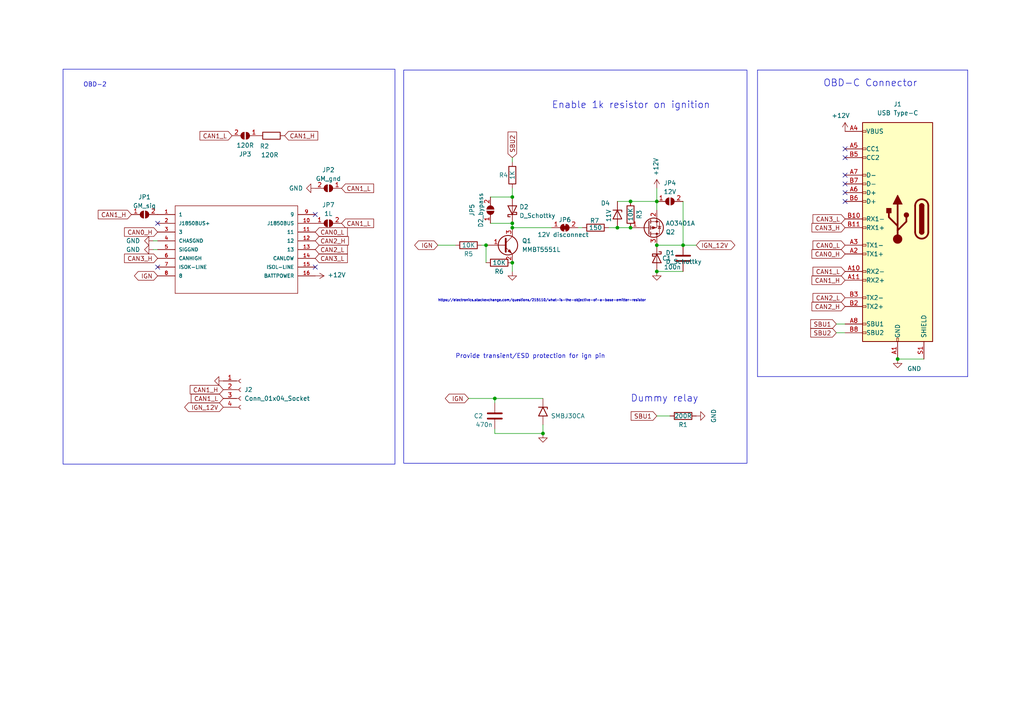
<source format=kicad_sch>
(kicad_sch (version 20231120) (generator "eeschema") (generator_version "8.0")
  (paper "A4")
  (lib_symbols
    (symbol "Connector:Conn_01x04_Socket" (pin_names (offset 1.016) hide)
      (property "Reference" "J" (at 0 5.08 0))
      (property "Value" "Conn_01x04_Socket" (at 0 -7.62 0))
      (symbol "Conn_01x04_Socket_1_1"
        (arc (start 0 -4.572) (mid -0.5058 -5.08) (end 0 -5.588) (stroke (width 0.1524)))
        (arc (start 0 -2.032) (mid -0.5058 -2.54) (end 0 -3.048) (stroke (width 0.1524)))
        (polyline (pts (xy -1.27 -5.08) (xy -0.508 -5.08)) (stroke (width 0.1524)))
        (polyline (pts (xy -1.27 -2.54) (xy -0.508 -2.54)) (stroke (width 0.1524)))
        (polyline (pts (xy -1.27 0) (xy -0.508 0)) (stroke (width 0.1524)))
        (polyline (pts (xy -1.27 2.54) (xy -0.508 2.54)) (stroke (width 0.1524)))
        (arc (start 0 0.508) (mid -0.5058 0) (end 0 -0.508) (stroke (width 0.1524)))
        (arc (start 0 3.048) (mid -0.5058 2.54) (end 0 2.032) (stroke (width 0.1524)))
        (pin passive line (at -5.08 2.54 0) (length 3.81) (name "Pin_1") (number "1"))
        (pin passive line (at -5.08 0 0) (length 3.81) (name "Pin_2") (number "2"))
        (pin passive line (at -5.08 -2.54 0) (length 3.81) (name "Pin_3") (number "3"))
        (pin passive line (at -5.08 -5.08 0) (length 3.81) (name "Pin_4") (number "4"))
      )
    )
    (symbol "Connector:USB_C_Receptacle" (pin_names (offset 1.016))
      (property "Reference" "J" (at -10.16 29.21 0))
      (property "Value" "USB_C_Receptacle" (at 10.16 29.21 0))
      (symbol "USB_C_Receptacle_0_0"
        (rectangle (start -0.254 -35.56) (end 0.254 -34.544))
        (rectangle (start 10.16 -32.766) (end 9.144 -33.274))
        (rectangle (start 10.16 -30.226) (end 9.144 -30.734))
        (rectangle (start 10.16 -25.146) (end 9.144 -25.654))
        (rectangle (start 10.16 -22.606) (end 9.144 -23.114))
        (rectangle (start 10.16 -17.526) (end 9.144 -18.034))
        (rectangle (start 10.16 -14.986) (end 9.144 -15.494))
        (rectangle (start 10.16 -9.906) (end 9.144 -10.414))
        (rectangle (start 10.16 -7.366) (end 9.144 -7.874))
        (rectangle (start 10.16 -2.286) (end 9.144 -2.794))
        (rectangle (start 10.16 0.254) (end 9.144 -0.254))
        (rectangle (start 10.16 5.334) (end 9.144 4.826))
        (rectangle (start 10.16 7.874) (end 9.144 7.366))
        (rectangle (start 10.16 10.414) (end 9.144 9.906))
        (rectangle (start 10.16 12.954) (end 9.144 12.446))
        (rectangle (start 10.16 18.034) (end 9.144 17.526))
        (rectangle (start 10.16 20.574) (end 9.144 20.066))
        (rectangle (start 10.16 25.654) (end 9.144 25.146))
      )
      (symbol "USB_C_Receptacle_0_1"
        (rectangle (start -10.16 27.94) (end 10.16 -35.56) (stroke (width 0.254)) (fill (type background)))
        (arc (start -8.89 -3.81) (mid -6.985 -5.7067) (end -5.08 -3.81) (stroke (width 0.508)))
        (arc (start -7.62 -3.81) (mid -6.985 -4.4423) (end -6.35 -3.81) (stroke (width 0.254)))
        (arc (start -7.62 -3.81) (mid -6.985 -4.4423) (end -6.35 -3.81) (stroke (width 0.254)) (fill (type outline)))
        (rectangle (start -7.62 -3.81) (end -6.35 3.81) (stroke (width 0.254)) (fill (type outline)))
        (arc (start -6.35 3.81) (mid -6.985 4.4423) (end -7.62 3.81) (stroke (width 0.254)))
        (arc (start -6.35 3.81) (mid -6.985 4.4423) (end -7.62 3.81) (stroke (width 0.254)) (fill (type outline)))
        (arc (start -5.08 3.81) (mid -6.985 5.7067) (end -8.89 3.81) (stroke (width 0.508)))
        (polyline (pts (xy -8.89 -3.81) (xy -8.89 3.81)) (stroke (width 0.508)))
        (polyline (pts (xy -5.08 3.81) (xy -5.08 -3.81)) (stroke (width 0.508)))
      )
      (symbol "USB_C_Receptacle_1_1"
        (circle (center -2.54 1.143) (radius 0.635) (stroke (width 0.254)) (fill (type outline)))
        (circle (center 0 -5.842) (radius 1.27) (fill (type outline)))
        (polyline (pts (xy 0 -5.842) (xy 0 4.318)) (stroke (width 0.508)))
        (polyline (pts (xy 0 -3.302) (xy -2.54 -0.762) (xy -2.54 0.508)) (stroke (width 0.508)))
        (polyline (pts (xy 0 -2.032) (xy 2.54 0.508) (xy 2.54 1.778)) (stroke (width 0.508)))
        (polyline (pts (xy -1.27 4.318) (xy 0 6.858) (xy 1.27 4.318) (xy -1.27 4.318)) (stroke (width 0.254)) (fill (type outline)))
        (rectangle (start 1.905 1.778) (end 3.175 3.048) (stroke (width 0.254)) (fill (type outline)))
        (pin passive line (at 0 -40.64 90) (length 5.08) (name "GND") (number "A1"))
        (pin bidirectional line (at 15.24 -15.24 180) (length 5.08) (name "RX2-") (number "A10"))
        (pin bidirectional line (at 15.24 -17.78 180) (length 5.08) (name "RX2+") (number "A11"))
        (pin passive line (at 0 -40.64 90) (length 5.08) hide (name "GND") (number "A12"))
        (pin bidirectional line (at 15.24 -10.16 180) (length 5.08) (name "TX1+") (number "A2"))
        (pin bidirectional line (at 15.24 -7.62 180) (length 5.08) (name "TX1-") (number "A3"))
        (pin passive line (at 15.24 25.4 180) (length 5.08) (name "VBUS") (number "A4"))
        (pin bidirectional line (at 15.24 20.32 180) (length 5.08) (name "CC1") (number "A5"))
        (pin bidirectional line (at 15.24 7.62 180) (length 5.08) (name "D+") (number "A6"))
        (pin bidirectional line (at 15.24 12.7 180) (length 5.08) (name "D-") (number "A7"))
        (pin bidirectional line (at 15.24 -30.48 180) (length 5.08) (name "SBU1") (number "A8"))
        (pin passive line (at 15.24 25.4 180) (length 5.08) hide (name "VBUS") (number "A9"))
        (pin passive line (at 0 -40.64 90) (length 5.08) hide (name "GND") (number "B1"))
        (pin bidirectional line (at 15.24 0 180) (length 5.08) (name "RX1-") (number "B10"))
        (pin bidirectional line (at 15.24 -2.54 180) (length 5.08) (name "RX1+") (number "B11"))
        (pin passive line (at 0 -40.64 90) (length 5.08) hide (name "GND") (number "B12"))
        (pin bidirectional line (at 15.24 -25.4 180) (length 5.08) (name "TX2+") (number "B2"))
        (pin bidirectional line (at 15.24 -22.86 180) (length 5.08) (name "TX2-") (number "B3"))
        (pin passive line (at 15.24 25.4 180) (length 5.08) hide (name "VBUS") (number "B4"))
        (pin bidirectional line (at 15.24 17.78 180) (length 5.08) (name "CC2") (number "B5"))
        (pin bidirectional line (at 15.24 5.08 180) (length 5.08) (name "D+") (number "B6"))
        (pin bidirectional line (at 15.24 10.16 180) (length 5.08) (name "D-") (number "B7"))
        (pin bidirectional line (at 15.24 -33.02 180) (length 5.08) (name "SBU2") (number "B8"))
        (pin passive line (at 15.24 25.4 180) (length 5.08) hide (name "VBUS") (number "B9"))
        (pin passive line (at -7.62 -40.64 90) (length 5.08) (name "SHIELD") (number "S1"))
      )
    )
    (symbol "Device:C" (pin_numbers hide) (pin_names (offset 0.254))
      (property "Reference" "C" (at 0.635 2.54 0))
      (property "Value" "C" (at 0.635 -2.54 0))
      (symbol "C_0_1"
        (polyline (pts (xy -2.032 -0.762) (xy 2.032 -0.762)) (stroke (width 0.508)))
        (polyline (pts (xy -2.032 0.762) (xy 2.032 0.762)) (stroke (width 0.508)))
      )
      (symbol "C_1_1"
        (pin passive line (at 0 3.81 270) (length 2.794) (name "~") (number "1"))
        (pin passive line (at 0 -3.81 90) (length 2.794) (name "~") (number "2"))
      )
    )
    (symbol "Device:D_Schottky" (pin_numbers hide) (pin_names (offset 1.016) hide)
      (property "Reference" "D" (at 0 2.54 0))
      (property "Value" "D_Schottky" (at 0 -2.54 0))
      (symbol "D_Schottky_0_1"
        (polyline (pts (xy 1.27 0) (xy -1.27 0)))
        (polyline (pts (xy 1.27 1.27) (xy 1.27 -1.27) (xy -1.27 0) (xy 1.27 1.27)) (stroke (width 0.254)))
        (polyline (pts (xy -1.905 0.635) (xy -1.905 1.27) (xy -1.27 1.27) (xy -1.27 -1.27) (xy -0.635 -1.27) (xy -0.635 -0.635)) (stroke (width 0.254)))
      )
      (symbol "D_Schottky_1_1"
        (pin passive line (at -3.81 0 0) (length 2.54) (name "K") (number "1"))
        (pin passive line (at 3.81 0 180) (length 2.54) (name "A") (number "2"))
      )
    )
    (symbol "Device:D_Zener" (pin_numbers hide) (pin_names (offset 1.016) hide)
      (property "Reference" "D" (at 0 2.54 0))
      (property "Value" "D_Zener" (at 0 -2.54 0))
      (symbol "D_Zener_0_1"
        (polyline (pts (xy 1.27 0) (xy -1.27 0)))
        (polyline (pts (xy -1.27 -1.27) (xy -1.27 1.27) (xy -0.762 1.27)) (stroke (width 0.254)))
        (polyline (pts (xy 1.27 -1.27) (xy 1.27 1.27) (xy -1.27 0) (xy 1.27 -1.27)) (stroke (width 0.254)))
      )
      (symbol "D_Zener_1_1"
        (pin passive line (at -3.81 0 0) (length 2.54) (name "K") (number "1"))
        (pin passive line (at 3.81 0 180) (length 2.54) (name "A") (number "2"))
      )
    )
    (symbol "Device:R" (pin_numbers hide) (pin_names (offset 0))
      (property "Reference" "R" (at 2.032 0 90))
      (property "Value" "R" (at 0 0 90))
      (symbol "R_0_1"
        (rectangle (start -1.016 -2.54) (end 1.016 2.54) (stroke (width 0.254)))
      )
      (symbol "R_1_1"
        (pin passive line (at 0 3.81 270) (length 1.27) (name "~") (number "1"))
        (pin passive line (at 0 -3.81 90) (length 1.27) (name "~") (number "2"))
      )
    )
    (symbol "Diode:SM6T30A" (pin_numbers hide) (pin_names (offset 1.016) hide)
      (property "Reference" "D" (at 0 2.54 0))
      (property "Value" "SM6T30A" (at 0 -2.54 0))
      (symbol "SM6T30A_0_1"
        (polyline (pts (xy -0.762 1.27) (xy -1.27 1.27) (xy -1.27 -1.27)) (stroke (width 0.254)))
        (polyline (pts (xy 1.27 1.27) (xy 1.27 -1.27) (xy -1.27 0) (xy 1.27 1.27)) (stroke (width 0.254)))
      )
      (symbol "SM6T30A_1_1"
        (pin passive line (at -3.81 0 0) (length 2.54) (name "A1") (number "1"))
        (pin passive line (at 3.81 0 180) (length 2.54) (name "A2") (number "2"))
      )
    )
    (symbol "Jumper:SolderJumper_2_Bridged" (pin_names (offset 0) hide)
      (property "Reference" "JP" (at 0 2.032 0))
      (property "Value" "SolderJumper_2_Bridged" (at 0 -2.54 0))
      (symbol "SolderJumper_2_Bridged_0_1"
        (rectangle (start -0.508 0.508) (end 0.508 -0.508) (fill (type outline)))
        (arc (start -0.254 1.016) (mid -1.2656 0) (end -0.254 -1.016))
        (arc (start -0.254 1.016) (mid -1.2656 0) (end -0.254 -1.016) (fill (type outline)))
        (polyline (pts (xy -0.254 1.016) (xy -0.254 -1.016)))
        (polyline (pts (xy 0.254 1.016) (xy 0.254 -1.016)))
        (arc (start 0.254 -1.016) (mid 1.2656 0) (end 0.254 1.016))
        (arc (start 0.254 -1.016) (mid 1.2656 0) (end 0.254 1.016) (fill (type outline)))
      )
      (symbol "SolderJumper_2_Bridged_1_1"
        (pin passive line (at -3.81 0 0) (length 2.54) (name "A") (number "1"))
        (pin passive line (at 3.81 0 180) (length 2.54) (name "B") (number "2"))
      )
    )
    (symbol "Jumper:SolderJumper_2_Open" (pin_names (offset 0) hide)
      (property "Reference" "JP" (at 0 2.032 0))
      (property "Value" "SolderJumper_2_Open" (at 0 -2.54 0))
      (symbol "SolderJumper_2_Open_0_1"
        (arc (start -0.254 1.016) (mid -1.2656 0) (end -0.254 -1.016))
        (arc (start -0.254 1.016) (mid -1.2656 0) (end -0.254 -1.016) (fill (type outline)))
        (polyline (pts (xy -0.254 1.016) (xy -0.254 -1.016)))
        (polyline (pts (xy 0.254 1.016) (xy 0.254 -1.016)))
        (arc (start 0.254 -1.016) (mid 1.2656 0) (end 0.254 1.016))
        (arc (start 0.254 -1.016) (mid 1.2656 0) (end 0.254 1.016) (fill (type outline)))
      )
      (symbol "SolderJumper_2_Open_1_1"
        (pin passive line (at -3.81 0 0) (length 2.54) (name "A") (number "1"))
        (pin passive line (at 3.81 0 180) (length 2.54) (name "B") (number "2"))
      )
    )
    (symbol "SparkFun-Connectors:OBDII" (pin_names (offset 1.016))
      (symbol "OBDII_1_0"
        (polyline (pts (xy -17.78 -12.7) (xy 17.78 -12.7)))
        (polyline (pts (xy -17.78 12.7) (xy -17.78 -12.7)))
        (polyline (pts (xy 17.78 -12.7) (xy 17.78 12.7)))
        (polyline (pts (xy 17.78 12.7) (xy -17.78 12.7)))
      )
      (symbol "OBDII_1_1"
        (pin bidirectional line (at -22.86 10.16 0) (length 5.08) (name "1") (number "1"))
        (pin bidirectional line (at 22.86 7.62 180) (length 5.08) (name "J1850BUS") (number "10"))
        (pin bidirectional line (at 22.86 5.08 180) (length 5.08) (name "11") (number "11"))
        (pin bidirectional line (at 22.86 2.54 180) (length 5.08) (name "12") (number "12"))
        (pin bidirectional line (at 22.86 0 180) (length 5.08) (name "13") (number "13"))
        (pin bidirectional line (at 22.86 -2.54 180) (length 5.08) (name "CANLOW") (number "14"))
        (pin bidirectional line (at 22.86 -5.08 180) (length 5.08) (name "ISOL-LINE") (number "15"))
        (pin bidirectional line (at 22.86 -7.62 180) (length 5.08) (name "BATTPOWER") (number "16"))
        (pin bidirectional line (at -22.86 7.62 0) (length 5.08) (name "J1850BUS+") (number "2"))
        (pin bidirectional line (at -22.86 5.08 0) (length 5.08) (name "3") (number "3"))
        (pin bidirectional line (at -22.86 2.54 0) (length 5.08) (name "CHASGND") (number "4"))
        (pin bidirectional line (at -22.86 0 0) (length 5.08) (name "SIGGND") (number "5"))
        (pin bidirectional line (at -22.86 -2.54 0) (length 5.08) (name "CANHIGH") (number "6"))
        (pin bidirectional line (at -22.86 -5.08 0) (length 5.08) (name "ISOK-LINE") (number "7"))
        (pin bidirectional line (at -22.86 -7.62 0) (length 5.08) (name "8") (number "8"))
        (pin bidirectional line (at 22.86 10.16 180) (length 5.08) (name "9") (number "9"))
      )
    )
    (symbol "Transistor_BJT:MMBT5551L" (pin_names (offset 0) hide)
      (property "Reference" "Q" (at 5.08 1.905 0))
      (property "Value" "MMBT5551L" (at 5.08 0 0))
      (symbol "MMBT5551L_0_1"
        (polyline (pts (xy 0.635 0.635) (xy 2.54 2.54)))
        (polyline (pts (xy 0.635 -0.635) (xy 2.54 -2.54) (xy 2.54 -2.54)))
        (polyline (pts (xy 0.635 1.905) (xy 0.635 -1.905) (xy 0.635 -1.905)) (stroke (width 0.508)))
        (polyline (pts (xy 1.27 -1.778) (xy 1.778 -1.27) (xy 2.286 -2.286) (xy 1.27 -1.778) (xy 1.27 -1.778)) (fill (type outline)))
        (circle (center 1.27 0) (radius 2.8194) (stroke (width 0.254)))
      )
      (symbol "MMBT5551L_1_1"
        (pin input line (at -5.08 0 0) (length 5.715) (name "B") (number "1"))
        (pin passive line (at 2.54 -5.08 90) (length 2.54) (name "E") (number "2"))
        (pin passive line (at 2.54 5.08 270) (length 2.54) (name "C") (number "3"))
      )
    )
    (symbol "Transistor_FET:AO3401A" (pin_names hide)
      (property "Reference" "Q" (at 5.08 1.905 0))
      (property "Value" "AO3401A" (at 5.08 0 0))
      (symbol "AO3401A_0_1"
        (polyline (pts (xy 0.254 0) (xy -2.54 0)))
        (polyline (pts (xy 0.254 1.905) (xy 0.254 -1.905)) (stroke (width 0.254)))
        (polyline (pts (xy 0.762 -1.27) (xy 0.762 -2.286)) (stroke (width 0.254)))
        (polyline (pts (xy 0.762 0.508) (xy 0.762 -0.508)) (stroke (width 0.254)))
        (polyline (pts (xy 0.762 2.286) (xy 0.762 1.27)) (stroke (width 0.254)))
        (polyline (pts (xy 2.54 2.54) (xy 2.54 1.778)))
        (polyline (pts (xy 2.54 -2.54) (xy 2.54 0) (xy 0.762 0)))
        (polyline (pts (xy 0.762 1.778) (xy 3.302 1.778) (xy 3.302 -1.778) (xy 0.762 -1.778)))
        (polyline (pts (xy 2.286 0) (xy 1.27 0.381) (xy 1.27 -0.381) (xy 2.286 0)) (fill (type outline)))
        (polyline (pts (xy 2.794 -0.508) (xy 2.921 -0.381) (xy 3.683 -0.381) (xy 3.81 -0.254)))
        (polyline (pts (xy 3.302 -0.381) (xy 2.921 0.254) (xy 3.683 0.254) (xy 3.302 -0.381)))
        (circle (center 1.651 0) (radius 2.794) (stroke (width 0.254)))
        (circle (center 2.54 -1.778) (radius 0.254) (fill (type outline)))
        (circle (center 2.54 1.778) (radius 0.254) (fill (type outline)))
      )
      (symbol "AO3401A_1_1"
        (pin input line (at -5.08 0 0) (length 2.54) (name "G") (number "1"))
        (pin passive line (at 2.54 -5.08 90) (length 2.54) (name "S") (number "2"))
        (pin passive line (at 2.54 5.08 270) (length 2.54) (name "D") (number "3"))
      )
    )
    (symbol "power:+12V" (power) (pin_names (offset 0))
      (property "Value" "+12V" (at 0 3.556 0))
      (symbol "+12V_0_1"
        (polyline (pts (xy -0.762 1.27) (xy 0 2.54)))
        (polyline (pts (xy 0 0) (xy 0 2.54)))
        (polyline (pts (xy 0 2.54) (xy 0.762 1.27)))
      )
      (symbol "+12V_1_1"
        (pin power_in line (at 0 0 90) (length 0) hide (name "+12V") (number "1"))
      )
    )
    (symbol "power:GND" (power) (pin_names (offset 0))
      (property "Value" "GND" (at 0 -3.81 0))
      (symbol "GND_0_1"
        (polyline (pts (xy 0 0) (xy 0 -1.27) (xy 1.27 -1.27) (xy 0 -2.54) (xy -1.27 -1.27) (xy 0 -1.27)))
      )
      (symbol "GND_1_1"
        (pin power_in line (at 0 0 270) (length 0) hide (name "GND") (number "1"))
      )
    )
  )
  (junction (at 143.51 115.57))
  (junction (at 190.5 71.12))
  (junction (at 157.48 125.73))
  (junction (at 182.88 66.04))
  (junction (at 148.59 57.15))
  (junction (at 190.5 58.42))
  (junction (at 140.97 71.12))
  (junction (at 190.5 78.74))
  (junction (at 179.07 66.04))
  (junction (at 148.59 76.2))
  (junction (at 260.35 104.14))
  (junction (at 198.12 71.12))
  (junction (at 148.59 64.77))
  (junction (at 182.88 58.42))
  (junction (at 148.59 66.04))
  (no_connect (at 245.11 58.42))
  (no_connect (at 245.11 45.72))
  (no_connect (at 45.72 64.77))
  (no_connect (at 245.11 53.34))
  (no_connect (at 91.44 62.23))
  (no_connect (at 91.44 77.47))
  (no_connect (at 245.11 43.18))
  (no_connect (at 45.72 77.47))
  (no_connect (at 245.11 55.88))
  (no_connect (at 245.11 50.8))
  (wire (pts (xy 143.51 125.73) (xy 143.51 124.46)))
  (wire (pts (xy 190.5 54.61) (xy 190.5 58.42)))
  (wire (pts (xy 143.51 115.57) (xy 157.48 115.57)))
  (wire (pts (xy 139.7 71.12) (xy 140.97 71.12)))
  (wire (pts (xy 135.89 115.57) (xy 143.51 115.57)))
  (wire (pts (xy 142.24 64.77) (xy 148.59 64.77)))
  (wire (pts (xy 148.59 46.99) (xy 148.59 45.72)))
  (wire (pts (xy 190.5 120.65) (xy 194.31 120.65)))
  (wire (pts (xy 148.59 66.04) (xy 160.02 66.04)))
  (polyline (pts (xy 280.67 20.32) (xy 219.71 20.32)))
  (wire (pts (xy 143.51 125.73) (xy 157.48 125.73)))
  (polyline (pts (xy 219.71 20.32) (xy 219.71 109.22)))
  (wire (pts (xy 140.97 71.12) (xy 140.97 76.2)))
  (wire (pts (xy 182.88 58.42) (xy 190.5 58.42)))
  (wire (pts (xy 167.64 66.04) (xy 168.91 66.04)))
  (wire (pts (xy 179.07 66.04) (xy 182.88 66.04)))
  (wire (pts (xy 157.48 125.73) (xy 157.48 123.19)))
  (wire (pts (xy 198.12 71.12) (xy 201.93 71.12)))
  (wire (pts (xy 44.45 69.85) (xy 45.72 69.85)))
  (wire (pts (xy 148.59 57.15) (xy 142.24 57.15)))
  (wire (pts (xy 245.11 93.98) (xy 242.57 93.98)))
  (polyline (pts (xy 280.67 109.22) (xy 280.67 20.32)))
  (wire (pts (xy 198.12 58.42) (xy 198.12 71.12)))
  (wire (pts (xy 127 71.12) (xy 132.08 71.12)))
  (wire (pts (xy 190.5 58.42) (xy 190.5 60.96)))
  (wire (pts (xy 190.5 78.74) (xy 198.12 78.74)))
  (wire (pts (xy 44.45 72.39) (xy 45.72 72.39)))
  (wire (pts (xy 179.07 58.42) (xy 182.88 58.42)))
  (wire (pts (xy 260.35 104.14) (xy 267.97 104.14)))
  (polyline (pts (xy 219.71 109.22) (xy 280.67 109.22)))
  (wire (pts (xy 176.53 66.04) (xy 179.07 66.04)))
  (wire (pts (xy 148.59 76.2) (xy 148.59 78.74)))
  (wire (pts (xy 148.59 54.61) (xy 148.59 57.15)))
  (wire (pts (xy 143.51 116.84) (xy 143.51 115.57)))
  (wire (pts (xy 245.11 96.52) (xy 242.57 96.52)))
  (wire (pts (xy 190.5 71.12) (xy 198.12 71.12)))
  (wire (pts (xy 148.59 64.77) (xy 148.59 66.04)))
  (rectangle (start 18.288 20.066) (end 114.554 134.62))
  (rectangle (start 117.094 20.32) (end 216.662 134.366))
  (text "OBD-2" (at 24.13 25.4 0) (effects (font (size 1.27 1.27)) (justify left bottom)))
  (text "OBD-C Connector" (at 238.76 25.4 0) (effects (font (size 2 2)) (justify left bottom)))
  (text "https://electronics.stackexchange.com/questions/215110/what-is-the-objective-of-a-base-emitter-resistor" (at 127 87.63 0) (effects (font (size 0.7 0.7)) (justify left bottom)))
  (text "Dummy relay" (at 182.88 116.84 0) (effects (font (size 2 2)) (justify left bottom)))
  (text "Enable 1k resistor on ignition" (at 160.02 31.75 0) (effects (font (size 2 2)) (justify left bottom)))
  (text "Provide transient/ESD protection for ign pin" (at 132.08 104.14 0) (effects (font (size 1.27 1.27)) (justify left bottom)))
  (global_label "SBU1" (shape input) (at 242.57 93.98 180) (property "Intersheetrefs" "${INTERSHEET_REFS}" (effects (hide yes))))
  (global_label "CAN1_L" (shape input) (at 67.31 39.37 180) (property "Intersheetrefs" "${INTERSHEET_REFS}" (effects (hide yes))))
  (global_label "CAN0_L" (shape input) (at 91.44 67.31 0) (property "Intersheetrefs" "${INTERSHEET_REFS}" (effects (hide yes))))
  (global_label "CAN3_H" (shape input) (at 45.72 74.93 180) (property "Intersheetrefs" "${INTERSHEET_REFS}" (effects (hide yes))))
  (global_label "CAN0_L" (shape input) (at 245.11 71.12 180) (property "Intersheetrefs" "${INTERSHEET_REFS}" (effects (hide yes))))
  (global_label "CAN2_L" (shape input) (at 245.11 86.36 180) (property "Intersheetrefs" "${INTERSHEET_REFS}" (effects (hide yes))))
  (global_label "CAN1_L" (shape input) (at 245.11 78.74 180) (property "Intersheetrefs" "${INTERSHEET_REFS}" (effects (hide yes))))
  (global_label "SBU1" (shape input) (at 190.5 120.65 180) (property "Intersheetrefs" "${INTERSHEET_REFS}" (effects (hide yes))))
  (global_label "CAN1_L" (shape input) (at 64.77 115.57 180) (property "Intersheetrefs" "${INTERSHEET_REFS}" (effects (hide yes))))
  (global_label "CAN2_H" (shape input) (at 91.44 69.85 0) (property "Intersheetrefs" "${INTERSHEET_REFS}" (effects (hide yes))))
  (global_label "CAN3_H" (shape input) (at 245.11 66.04 180) (property "Intersheetrefs" "${INTERSHEET_REFS}" (effects (hide yes))))
  (global_label "CAN1_L" (shape input) (at 99.06 64.77 0) (property "Intersheetrefs" "${INTERSHEET_REFS}" (effects (hide yes))))
  (global_label "CAN1_L" (shape input) (at 99.06 54.61 0) (property "Intersheetrefs" "${INTERSHEET_REFS}" (effects (hide yes))))
  (global_label "CAN1_H" (shape input) (at 82.55 39.37 0) (property "Intersheetrefs" "${INTERSHEET_REFS}" (effects (hide yes))))
  (global_label "IGN" (shape bidirectional) (at 127 71.12 180) (property "Intersheetrefs" "${INTERSHEET_REFS}" (effects (hide yes))))
  (global_label "SBU2" (shape input) (at 148.59 45.72 90) (property "Intersheetrefs" "${INTERSHEET_REFS}" (effects (hide yes))))
  (global_label "CAN1_H" (shape input) (at 64.77 113.03 180) (property "Intersheetrefs" "${INTERSHEET_REFS}" (effects (hide yes))))
  (global_label "CAN3_L" (shape input) (at 91.44 74.93 0) (property "Intersheetrefs" "${INTERSHEET_REFS}" (effects (hide yes))))
  (global_label "IGN_12V" (shape bidirectional) (at 64.77 118.11 180) (property "Intersheetrefs" "${INTERSHEET_REFS}" (effects (hide yes))))
  (global_label "CAN1_H" (shape input) (at 38.1 62.23 180) (property "Intersheetrefs" "${INTERSHEET_REFS}" (effects (hide yes))))
  (global_label "CAN3_L" (shape input) (at 245.11 63.5 180) (property "Intersheetrefs" "${INTERSHEET_REFS}" (effects (hide yes))))
  (global_label "IGN" (shape bidirectional) (at 45.72 80.01 180) (property "Intersheetrefs" "${INTERSHEET_REFS}" (effects (hide yes))))
  (global_label "CAN0_H" (shape input) (at 245.11 73.66 180) (property "Intersheetrefs" "${INTERSHEET_REFS}" (effects (hide yes))))
  (global_label "CAN1_H" (shape input) (at 245.11 81.28 180) (property "Intersheetrefs" "${INTERSHEET_REFS}" (effects (hide yes))))
  (global_label "CAN2_L" (shape input) (at 91.44 72.39 0) (property "Intersheetrefs" "${INTERSHEET_REFS}" (effects (hide yes))))
  (global_label "CAN0_H" (shape input) (at 45.72 67.31 180) (property "Intersheetrefs" "${INTERSHEET_REFS}" (effects (hide yes))))
  (global_label "SBU2" (shape input) (at 242.57 96.52 180) (property "Intersheetrefs" "${INTERSHEET_REFS}" (effects (hide yes))))
  (global_label "CAN2_H" (shape input) (at 245.11 88.9 180) (property "Intersheetrefs" "${INTERSHEET_REFS}" (effects (hide yes))))
  (global_label "IGN_12V" (shape bidirectional) (at 201.93 71.12 0) (property "Intersheetrefs" "${INTERSHEET_REFS}" (effects (hide yes))))
  (global_label "IGN" (shape bidirectional) (at 135.89 115.57 180) (property "Intersheetrefs" "${INTERSHEET_REFS}" (effects (hide yes))))
  (symbol (lib_id "Transistor_BJT:MMBT5551L") (at 146.05 71.12 0) (unit 1)
    (property "Reference" "Q1" (at 151.384 69.85 0) (effects (justify left)))
    (property "Value" "MMBT5551L" (at 151.384 72.39 0) (effects (justify left)))
    (property "Footprint" "Package_TO_SOT_SMD:SOT-23" (effects (hide yes)))
    (property "Datasheet" "www.onsemi.com/pub/Collateral/MMBT5550LT1-D.PDF" (effects (hide yes)))
    (property "LCSC" "C2145" (effects (hide yes)))
    (property "Sim.Device" "NPN" (effects (hide yes)))
    (property "Sim.Type" "VBIC" (effects (hide yes)))
    (property "Sim.Pins" "1=B 2=E 3=C" (effects (hide yes)))
  )
  (symbol (lib_id "power:GND") (at 44.45 69.85 270) (unit 1)
    (property "Reference" "#PWR02" (effects (hide yes)))
    (property "Value" "GND" (at 40.64 69.8499 90) (effects (justify right)))
  )
  (symbol (lib_id "Connector:USB_C_Receptacle") (at 260.35 63.5 0) (mirror y) (unit 1)
    (property "Reference" "J1" (at 260.35 30.226 0))
    (property "Value" "USB Type-C" (at 260.35 32.766 0))
    (property "Footprint" "part:USB_C_Receptacle_GCT_USB4115-03-C" (effects (hide yes)))
    (property "Datasheet" "https://jlcpcb.com/partdetail/ShouHan-TYPE_C_24P_QCHT143/C5156604" (effects (hide yes)))
    (property "LCSC" "C2689742" (effects (hide yes)))
  )
  (symbol (lib_id "Device:D_Schottky") (at 148.59 60.96 90) (unit 1)
    (property "Reference" "D2" (at 150.622 60.0075 90) (effects (justify right)))
    (property "Value" "D_Schottky" (at 150.622 62.5475 90) (effects (justify right)))
    (property "Footprint" "Diode_SMD:D_SOD-323" (effects (hide yes)))
    (property "LCSC" "C64886" (effects (hide yes)))
  )
  (symbol (lib_id "Jumper:SolderJumper_2_Open") (at 95.25 64.77 0) (unit 1) (in_bom no)
    (property "Reference" "JP7" (at 95.25 59.436 0))
    (property "Value" "1L" (at 95.25 61.976 0))
    (property "Footprint" "Jumper:SolderJumper-2_P1.3mm_Open_TrianglePad1.0x1.5mm" (effects (hide yes)))
  )
  (symbol (lib_id "power:+12V") (at 245.11 38.1 0) (unit 1)
    (property "Reference" "#PWR01" (effects (hide yes)))
    (property "Value" "+12V" (at 243.84 33.528 0))
  )
  (symbol (lib_id "Device:R") (at 182.88 62.23 0) (unit 1)
    (property "Reference" "R3" (at 185.42 62.23 90))
    (property "Value" "10K" (at 182.88 62.23 90))
    (property "Footprint" "Resistor_SMD:R_0402_1005Metric" (effects (hide yes)))
    (property "LCSC" "C25744" (effects (hide yes)))
  )
  (symbol (lib_id "Device:D_Zener") (at 179.07 62.23 270) (unit 1)
    (property "Reference" "D4" (at 174.244 58.928 90) (effects (justify left)))
    (property "Value" "11V" (at 176.53 60.706 0) (effects (justify left)))
    (property "Footprint" "Diode_SMD:D_SOD-123" (effects (hide yes)))
    (property "Description" "Zener diode" (effects (hide yes)))
    (property "LCSC" "C2932743" (effects (hide yes)))
  )
  (symbol (lib_id "Jumper:SolderJumper_2_Open") (at 95.25 54.61 0) (mirror y) (unit 1) (in_bom no)
    (property "Reference" "JP2" (at 95.25 49.276 0))
    (property "Value" "GM_gnd" (at 95.25 51.816 0))
    (property "Footprint" "Jumper:SolderJumper-2_P1.3mm_Open_TrianglePad1.0x1.5mm" (effects (hide yes)))
  )
  (symbol (lib_id "Device:D_Schottky") (at 190.5 74.93 270) (unit 1)
    (property "Reference" "D1" (at 193.04 73.3425 90) (effects (justify left)))
    (property "Value" "D_Schottky" (at 193.04 75.8825 90) (effects (justify left)))
    (property "Footprint" "Diode_SMD:D_SOD-323" (effects (hide yes)))
    (property "LCSC" "C64886" (effects (hide yes)))
  )
  (symbol (lib_id "SparkFun-Connectors:OBDII") (at 68.58 72.39 0) (unit 1) (in_bom no)
    (property "Reference" "M1" (effects (hide yes)))
    (property "Value" "OBDII" (effects (hide yes)))
    (property "Footprint" "obd2c:OBDII" (effects (hide yes)))
  )
  (symbol (lib_id "power:GND") (at 64.77 110.49 270) (unit 1)
    (property "Reference" "#PWR012" (effects (hide yes)))
    (property "Value" "GND" (effects (hide yes)))
  )
  (symbol (lib_id "Jumper:SolderJumper_2_Open") (at 194.31 58.42 0) (unit 1) (in_bom no)
    (property "Reference" "JP4" (at 194.31 53.086 0))
    (property "Value" "12V" (at 194.31 55.626 0))
    (property "Footprint" "Jumper:SolderJumper-2_P1.3mm_Open_TrianglePad1.0x1.5mm" (effects (hide yes)))
    (property "Description" "Solder Jumper, 2-pole, open" (effects (hide yes)))
  )
  (symbol (lib_id "Jumper:SolderJumper_2_Open") (at 41.91 62.23 0) (unit 1) (in_bom no)
    (property "Reference" "JP1" (at 41.91 57.15 0))
    (property "Value" "GM_sig" (at 41.91 59.69 0))
    (property "Footprint" "Jumper:SolderJumper-2_P1.3mm_Open_TrianglePad1.0x1.5mm" (effects (hide yes)))
  )
  (symbol (lib_id "power:GND") (at 91.44 54.61 270) (mirror x) (unit 1)
    (property "Reference" "#PWR06" (effects (hide yes)))
    (property "Value" "GND" (at 87.884 54.61 90) (effects (justify right)))
  )
  (symbol (lib_id "power:GND") (at 157.48 125.73 0) (unit 1)
    (property "Reference" "#PWR07" (effects (hide yes)))
    (property "Value" "GND" (effects (hide yes)))
  )
  (symbol (lib_id "power:GND") (at 260.35 104.14 0) (mirror y) (unit 1)
    (property "Reference" "#PWR05" (effects (hide yes)))
    (property "Value" "GND" (at 265.176 106.934 0))
  )
  (symbol (lib_id "Device:R") (at 172.72 66.04 90) (unit 1)
    (property "Reference" "R7" (at 172.466 64.008 90))
    (property "Value" "150" (at 172.72 66.04 90))
    (property "Footprint" "Resistor_SMD:R_0603_1608Metric" (effects (hide yes)))
    (property "LCSC" "C22808" (effects (hide yes)))
  )
  (symbol (lib_id "Device:R") (at 144.78 76.2 270) (unit 1)
    (property "Reference" "R6" (at 144.78 78.74 90))
    (property "Value" "10K" (at 144.78 76.2 90))
    (property "Footprint" "Resistor_SMD:R_0402_1005Metric" (effects (hide yes)))
    (property "LCSC" "C25744" (effects (hide yes)))
  )
  (symbol (lib_id "Device:C") (at 143.51 120.65 0) (unit 1)
    (property "Reference" "C2" (at 137.414 120.65 0) (effects (justify left)))
    (property "Value" "470n" (at 137.922 123.19 0) (effects (justify left)))
    (property "Footprint" "Capacitor_SMD:C_0805_2012Metric" (effects (hide yes)))
    (property "Part" "CL21B474KBFNNNE" (effects (hide yes)))
    (property "LCSC" "C13967" (effects (hide yes)))
  )
  (symbol (lib_id "Jumper:SolderJumper_2_Bridged") (at 163.83 66.04 0) (unit 1) (in_bom no)
    (property "Reference" "JP6" (at 163.83 63.754 0))
    (property "Value" "12V disconnect" (at 163.322 68.072 0))
    (property "Footprint" "Jumper:SolderJumper-2_P1.3mm_Bridged_RoundedPad1.0x1.5mm" (effects (hide yes)))
    (property "Description" "Solder Jumper, 2-pole, closed/bridged" (effects (hide yes)))
  )
  (symbol (lib_id "power:+12V") (at 91.44 80.01 270) (unit 1)
    (property "Reference" "#PWR09" (effects (hide yes)))
    (property "Value" "+12V" (at 94.996 79.756 90) (effects (justify left)))
  )
  (symbol (lib_id "power:GND") (at 44.45 72.39 270) (unit 1)
    (property "Reference" "#PWR04" (effects (hide yes)))
    (property "Value" "GND" (at 40.64 72.3899 90) (effects (justify right)))
  )
  (symbol (lib_id "Device:R") (at 148.59 50.8 180) (unit 1)
    (property "Reference" "R4" (at 146.05 50.8 0))
    (property "Value" "1K" (at 148.59 50.8 90))
    (property "Footprint" "Resistor_SMD:R_0603_1608Metric" (effects (hide yes)))
    (property "LCSC" "C21190" (effects (hide yes)))
  )
  (symbol (lib_id "power:GND") (at 190.5 78.74 0) (unit 1)
    (property "Reference" "#PWR011" (effects (hide yes)))
    (property "Value" "GND" (effects (hide yes)))
  )
  (symbol (lib_id "Device:R") (at 198.12 120.65 270) (unit 1)
    (property "Reference" "R1" (at 198.12 123.19 90))
    (property "Value" "200R" (at 198.12 120.65 90))
    (property "Footprint" "Resistor_SMD:R_0805_2012Metric" (effects (hide yes)))
    (property "LCSC" "C17540" (effects (hide yes)))
  )
  (symbol (lib_id "Transistor_FET:AO3401A") (at 187.96 66.04 0) (mirror x) (unit 1)
    (property "Reference" "Q2" (at 193.04 67.31 0) (effects (justify left)))
    (property "Value" "AO3401A" (at 193.04 64.77 0) (effects (justify left)))
    (property "Footprint" "Package_TO_SOT_SMD:SOT-23" (effects (hide yes)))
    (property "Datasheet" "http://www.aosmd.com/pdfs/datasheet/AO3401A.pdf" (effects (hide yes)))
    (property "LCSC" "C15127" (effects (hide yes)))
  )
  (symbol (lib_id "power:GND") (at 148.59 78.74 0) (unit 1)
    (property "Reference" "#PWR08" (effects (hide yes)))
    (property "Value" "GND" (effects (hide yes)))
  )
  (symbol (lib_id "power:GND") (at 201.93 120.65 90) (unit 1)
    (property "Reference" "#PWR03" (effects (hide yes)))
    (property "Value" "GND" (at 207.01 120.65 0))
  )
  (symbol (lib_id "Jumper:SolderJumper_2_Open") (at 71.12 39.37 180) (unit 1) (in_bom no)
    (property "Reference" "JP3" (at 71.12 44.704 0))
    (property "Value" "120R" (at 71.12 42.164 0))
    (property "Footprint" "Jumper:SolderJumper-2_P1.3mm_Open_TrianglePad1.0x1.5mm" (effects (hide yes)))
  )
  (symbol (lib_id "power:+12V") (at 190.5 54.61 0) (unit 1)
    (property "Reference" "#PWR010" (effects (hide yes)))
    (property "Value" "+12V" (at 190.246 51.054 90) (effects (justify left)))
  )
  (symbol (lib_id "Device:R") (at 135.89 71.12 270) (unit 1)
    (property "Reference" "R5" (at 135.89 73.66 90))
    (property "Value" "10K" (at 135.89 71.12 90))
    (property "Footprint" "Resistor_SMD:R_0402_1005Metric" (effects (hide yes)))
    (property "LCSC" "C25744" (effects (hide yes)))
  )
  (symbol (lib_id "Device:R") (at 78.74 39.37 270) (unit 1)
    (property "Reference" "R2" (at 76.708 42.418 90))
    (property "Value" "120R" (at 78.232 44.958 90))
    (property "Footprint" "Resistor_SMD:R_1206_3216Metric_Pad1.30x1.75mm_HandSolder" (effects (hide yes)))
    (property "LCSC" "C17909" (effects (hide yes)))
  )
  (symbol (lib_id "Jumper:SolderJumper_2_Open") (at 142.24 60.96 90) (unit 1) (in_bom no)
    (property "Reference" "JP5" (at 136.906 60.96 0))
    (property "Value" "D2_bypass" (at 139.446 60.96 0))
    (property "Footprint" "Jumper:SolderJumper-2_P1.3mm_Open_RoundedPad1.0x1.5mm" (effects (hide yes)))
    (property "Description" "Solder Jumper, 2-pole, open" (effects (hide yes)))
  )
  (symbol (lib_id "Diode:SM6T30A") (at 157.48 119.38 270) (unit 1)
    (property "Reference" "D3" (effects (hide yes)))
    (property "Value" "SMBJ30CA" (at 159.766 120.65 90) (effects (justify left)))
    (property "Footprint" "Diode_SMD:D_SOD-123F" (effects (hide yes)))
    (property "Datasheet" "https://datasheet.lcsc.com/lcsc/2201121330_Liown-SMBJ30CA_C2925441.pdf" (effects (hide yes)))
    (property "LCSC" "C2990493" (effects (hide yes)))
  )
  (symbol (lib_id "Connector:Conn_01x04_Socket") (at 69.85 113.03 0) (unit 1)
    (property "Reference" "J2" (at 70.866 113.03 0) (effects (justify left)))
    (property "Value" "Conn_01x04_Socket" (at 70.866 115.57 0) (effects (justify left)))
    (property "LCSC" "C566013" (effects (hide yes)))
    (property "FT Rotation Offset" "180" (effects (hide yes)))
  )
  (symbol (lib_id "Device:C") (at 198.12 74.93 0) (unit 1)
    (property "Reference" "C1" (at 192.024 74.93 0) (effects (justify left)))
    (property "Value" "100n" (at 192.532 77.47 0) (effects (justify left)))
    (property "Footprint" "Capacitor_SMD:C_0603_1608Metric" (effects (hide yes)))
    (property "Part" "CL21B474KBFNNNE" (effects (hide yes)))
    (property "LCSC" "C14663" (effects (hide yes)))
  )
)
</source>
